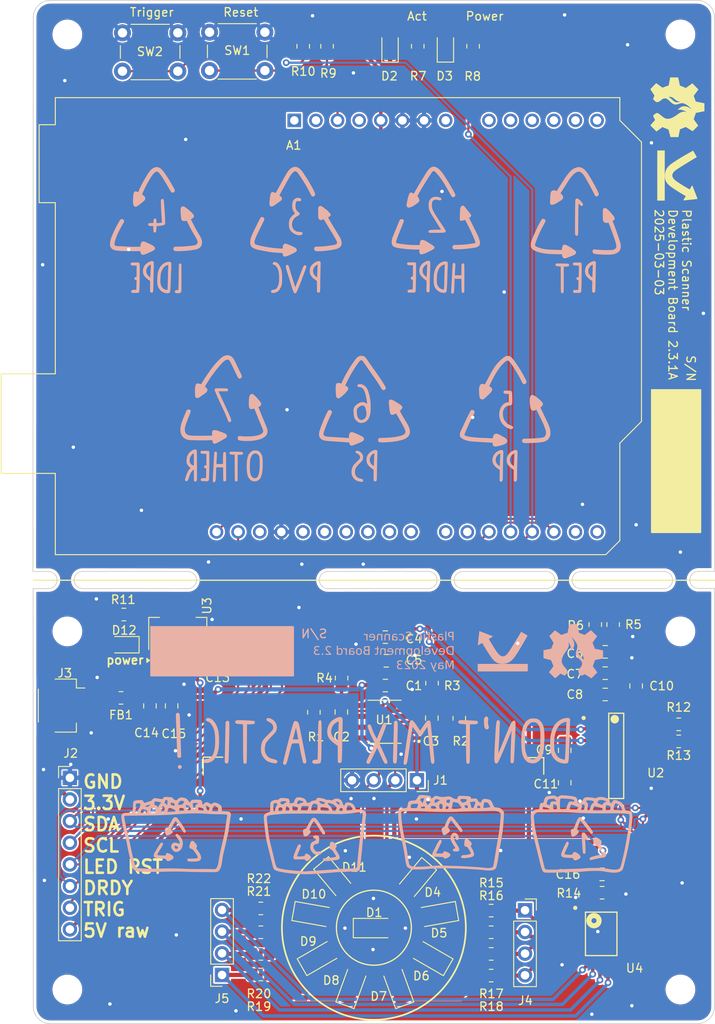
<source format=kicad_pcb>
(kicad_pcb (version 20241229) (generator "pcbnew") (generator_version "9.0")
  (layers (0 "F.Cu" signal) (2 "B.Cu" signal) (13 "F.Paste" user) (15 "B.Paste" user) (5 "F.SilkS" user "F.Silkscreen") (7 "B.SilkS" user "B.Silkscreen") (1 "F.Mask" user) (3 "B.Mask" user) (25 "Edge.Cuts" user))
  (net 0 "")
  (net 3 "MCU_RESET")
  (net 5 "5v_RAW")
  (net 6 "GND")
  (net 16 "LED_RESET")
  (net 17 "TRIGGER")
  (net 20 "/ADC/AIN+")
  (net 21 "/ADC/AIN-")
  (net 22 "3v3unf")
  (net 28 "Net-(U2-VBG)")
  (net 29 "Net-(D2-A)")
  (net 30 "Net-(D3-A)")
  (net 31 "Net-(D4-K)")
  (net 32 "Net-(D5-K)")
  (net 33 "Net-(D6-K)")
  (net 34 "Net-(D7-K)")
  (net 35 "Net-(D8-K)")
  (net 36 "Net-(D9-K)")
  (net 37 "Net-(D10-K)")
  (net 38 "Net-(D11-K)")
  (net 40 "+3.3V")
  (net 41 "LED1")
  (net 42 "LED2")
  (net 43 "LED3")
  (net 44 "LED4")
  (net 45 "LED5")
  (net 46 "LED6")
  (net 47 "LED7")
  (net 48 "Net-(U2-REFN)")
  (net 50 "DRDY_INT")
  (net 51 "LED_BLUE")
  (net 54 "SDA")
  (net 55 "SCL")
  (net 56 "Net-(U1-OUT_B)")
  (net 57 "Net-(U1-OUT_A)")
  (net 58 "LED8")
  (net 59 "Net-(U2-REFP)")
  (net 60 "Net-(U2-VIN2P)")
  (net 61 "Net-(U2-VIN2N)")
  (net 62 "/Sensor/A-")
  (net 63 "/Sensor/A+")
  (net 64 "Net-(D12-A)")
  (footprint "LED_SMD:LED_1206_3216Metric_Pad1.42x1.75mm_HandSolder" (layer "F.Cu") (at 90.342532 135.22099 -170)
    (property "Reference" "D5")
    (property "Value" "1050nm")
  )
  (footprint "LED_SMD:LED_0805_2012Metric_Pad1.15x1.40mm_HandSolder" (layer "F.Cu") (at 53.565 103.565 180)
    (property "Reference" "D12")
    (property "Value" "LED RED")
  )
  (footprint "Resistor_SMD:R_0805_2012Metric_Pad1.20x1.40mm_HandSolder" (layer "F.Cu") (at 96.774 134.747 180)
    (property "Reference" "R15")
    (property "Value" "47")
  )
  (footprint "Diode_SMD:D_1206_3216Metric_Pad1.42x1.75mm_HandSolder" (layer "F.Cu") (at 83.043758 136.795236)
    (property "Reference" "D1")
    (property "Value" "0090-3111-185")
  )
  (footprint "Resistor_SMD:R_0805_2012Metric_Pad1.20x1.40mm_HandSolder" (layer "F.Cu") (at 109 101.2 90)
    (property "Reference" "R6")
    (property "Value" "51")
  )
  (footprint "Resistor_SMD:R_0805_2012Metric_Pad1.20x1.40mm_HandSolder" (layer "F.Cu") (at 96.774 139.827 180)
    (property "Reference" "R17")
    (property "Value" "47")
  )
  (footprint "Resistor_SMD:R_0805_2012Metric_Pad1.20x1.40mm_HandSolder" (layer "F.Cu") (at 77.5 33.375 -90)
    (property "Reference" "R9")
    (property "Value" "10k")
  )
  (footprint "Connector_JST:JST_SH_SM04B-SRSS-TB_1x04-1MP_P1.00mm_Horizontal" (layer "F.Cu") (at 46.275 110.7 -90)
    (property "Reference" "J3")
    (property "Value" "Qwiic")
  )
  (footprint "Capacitor_SMD:C_0805_2012Metric_Pad1.18x1.45mm_HandSolder" (layer "F.Cu") (at 84.455 105.45 180)
    (property "Reference" "C5")
    (property "Value" "100p")
  )
  (footprint "MountingHole:MountingHole_3.2mm_M3" (layer "F.Cu") (at 47 102)
    (property "Reference" "e" (hide yes))
    (property "Value" "MountingHole_3.2mm_M3" (hide yes))
  )
  (footprint "LED_SMD:LED_1206_3216Metric_Pad1.42x1.75mm_HandSolder" (layer "F.Cu") (at 75.986258 135.22099 -10)
    (property "Reference" "D10")
    (property "Value" "1650nm")
  )
  (footprint "MountingHole:MountingHole_3.2mm_M3" (layer "F.Cu") (at 119 144)
    (property "Reference" "e" (hide yes))
    (property "Value" "MountingHole_3.2mm_M3" (hide yes))
  )
  (footprint "Resistor_SMD:R_0805_2012Metric_Pad1.20x1.40mm_HandSolder" (layer "F.Cu") (at 69.723 137.287)
    (property "Reference" "R21")
    (property "Value" "47")
  )
  (footprint "Resistor_SMD:R_0805_2012Metric_Pad1.20x1.40mm_HandSolder" (layer "F.Cu") (at 111.1 101.2 90)
    (property "Reference" "R5")
    (property "Value" "51")
  )
  (footprint "MountingHole:MountingHole_3.2mm_M3" (layer "F.Cu") (at 119 32)
    (property "Reference" "" (hide yes))
    (property "Value" "MountingHole_3.2mm_M3" (hide yes))
  )
  (footprint "Resistor_SMD:R_0805_2012Metric_Pad1.20x1.40mm_HandSolder" (layer "F.Cu") (at 118.8 114.9 180)
    (property "Reference" "R13")
    (property "Value" "4.7k")
  )
  (footprint "OPA2376AID:SOIC127P599X175-8N" (layer "F.Cu") (at 84.25 112.6 180)
    (property "Reference" "U1")
    (property "Value" "OPA2376AID" (hide yes))
  )
  (footprint "Capacitor_SMD:C_0805_2012Metric_Pad1.18x1.45mm_HandSolder" (layer "F.Cu") (at 64.9 104.78 90)
    (property "Reference" "C13")
    (property "Value" "10u")
  )
  (footprint "Capacitor_SMD:C_0805_2012Metric_Pad1.18x1.45mm_HandSolder" (layer "F.Cu") (at 113.8 108.4 90)
    (property "Reference" "C10")
    (property "Value" "0.1u")
  )
  (footprint "LED_SMD:LED_1206_3216Metric_Pad1.42x1.75mm_HandSolder" (layer "F.Cu") (at 76.691838 140.158741 30)
    (property "Reference" "D9")
    (property "Value" "1550nm")
  )
  (footprint "IC_Nuvoton_NAU7802SGI:Nuvoton-NAU7802SGI-0-0-0" (layer "F.Cu") (at 111.4625 116.6)
    (property "Reference" "U2")
    (property "Value" "NAU7802SGI")
  )
  (footprint "Resistor_SMD:R_0805_2012Metric_Pad1.20x1.40mm_HandSolder" (layer "F.Cu") (at 96.774 137.287 180)
    (property "Reference" "R16")
    (property "Value" "47")
  )
  (footprint "Capacitor_SMD:C_0805_2012Metric_Pad1.18x1.45mm_HandSolder" (layer "F.Cu") (at 84.35 102.6725)
    (property "Reference" "C4")
    (property "Value" "47n")
  )
  (footprint "Module:Arduino_UNO_R3" (layer "F.Cu") (at 73.655 42.07)
    (property "Reference" "A1")
    (property "Value" "Arduino_UNO_R3" (hide yes))
  )
  (footprint "Capacitor_SMD:C_0805_2012Metric_Pad1.18x1.45mm_HandSolder" (layer "F.Cu") (at 109.8 130.5 180)
    (property "Reference" "C16")
    (property "Value" "100n")
  )
  (footprint "Capacitor_SMD:C_0805_2012Metric_Pad1.18x1.45mm_HandSolder" (layer "F.Cu") (at 110.17 106.9 180)
    (property "Reference" "C7")
    (property "Value" "0.1u")
  )
  (footprint "Resistor_SMD:R_0805_2012Metric_Pad1.20x1.40mm_HandSolder" (layer "F.Cu") (at 74.7 33.375 -90)
    (property "Reference" "R10")
    (property "Value" "10k")
  )
  (footprint "Capacitor_SMD:C_0805_2012Metric_Pad1.18x1.45mm_HandSolder" (layer "F.Cu") (at 110.17 104.4 180)
    (property "Reference" "C6")
    (property "Value" "22u")
  )
  (footprint "LOGO" (layer "F.Cu") (at 118.87 48.53 -90)
    (property "Reference" "G***" (hide yes))
    (property "Value" "LOGO" (hide yes))
  )
  (footprint "Resistor_SMD:R_0805_2012Metric_Pad1.20x1.40mm_HandSolder" (layer "F.Cu") (at 79.205 107.475 90)
    (property "Reference" "R4")
    (property "Value" "300")
  )
  (footprint "Resistor_SMD:R_0805_2012Metric_Pad1.20x1.40mm_HandSolder" (layer "F.Cu") (at 69.723 142.24)
    (property "Reference" "R19")
    (property "Value" "47")
  )
  (footprint "Resistor_SMD:R_0805_2012Metric_Pad1.20x1.40mm_HandSolder" (layer "F.Cu") (at 93.03125 112.1925 90)
    (property "Reference" "R2")
    (property "Value" "240k")
  )
  (footprint "Resistor_SMD:R_0805_2012Metric_Pad1.20x1.40mm_HandSolder" (layer "F.Cu") (at 53.3 109.8 180)
    (property "Reference" "FB1")
    (property "Value" "FerriteBead")
  )
  (footprint "Capacitor_SMD:C_0805_2012Metric_Pad1.18x1.45mm_HandSolder" (layer "F.Cu") (at 105.4125 115.95 90)
    (property "Reference" "C9")
    (property "Value" "330p")
  )
  (footprint "LED_SMD:LED_1206_3216Metric_Pad1.42x1.75mm_HandSolder" (layer "F.Cu") (at 89.596258 140.165236 150)
    (property "Reference" "D6")
    (property "Value" "1200nm")
  )
  (footprint "Connector_PinSocket_2.54mm:PinSocket_1x04_P2.54mm_Vertical" (layer "F.Cu") (at 65.167758 142.292236 180)
    (property "Reference" "J5")
    (property "Value" "Conn_01x04")
  )
  (footprint "Button_Switch_THT:SW_PUSH_6mm" (layer "F.Cu") (at 53.475 31.8)
    (property "Reference" "SW2")
    (property "Value" "TRIGGER")
  )
  (footprint "LED_SMD:LED_1206_3216Metric_Pad1.42x1.75mm_HandSolder" (layer "F.Cu") (at 85.783742 143.535236 110)
    (property "Reference" "D7")
    (property "Value" "1300nm")
  )
  (footprint "TLC59208:Texas_Instruments-TLC59208FIPWR-Level_A" (layer "F.Cu") (at 109.699999 137.474998)
    (property "Reference" "U4")
    (property "Value" "TLC59208FIPWR")
  )
  (footprint "Connector_PinSocket_2.54mm:PinSocket_1x04_P2.54mm_Vertical" (layer "F.Cu") (at 88.057758 119.462236 -90)
    (property "Reference" "J1")
    (property "Value" "Conn_01x04")
  )
  (footprint "MountingHole:MountingHole_3.2mm_M3" (layer "F.Cu") (at 119 102)
    (property "Reference" "e" (hide yes))
    (property "Value" "MountingHole_3.2mm_M3" (hide yes))
  )
  (footprint "Resistor_SMD:R_0805_2012Metric_Pad1.20x1.40mm_HandSolder" (layer "F.Cu") (at 69.723 139.827)
    (property "Reference" "R20")
    (property "Value" "47")
  )
  (footprint "LED_SMD:LED_1206_3216Metric_Pad1.42x1.75mm_HandSolder" (layer "F.Cu") (at 87.906258 131.135236 -130)
    (property "Reference" "D4")
    (property "Value" "940nm")
  )
  (footprint "Capacitor_SMD:C_0805_2012Metric_Pad1.18x1.45mm_HandSolder" (layer "F.Cu") (at 110.17 109.4 180)
    (property "Reference" "C8")
    (property "Value" "100p")
  )
  (footprint "Resistor_SMD:R_0805_2012Metric_Pad1.20x1.40mm_HandSolder" (layer "F.Cu") (at 88.15 33.375 90)
    (property "Reference" "R7")
    (property "Value" "100")
  )
  (footprint "Connector_PinHeader_2.54mm:PinHeader_1x08_P2.54mm_Vertical" (layer "F.Cu") (at 47.3 119.17)
    (property "Reference" "J2")
    (property "Value" "Conn_01x08")
  )
  (footprint "Capacitor_SMD:C_0805_2012Metric_Pad1.18x1.45mm_HandSolder" (layer "F.Cu") (at 84.355 108.35 180)
    (property "Reference" "C1")
    (property "Value" "0.1u")
  )
  (footprint "LOGO" (layer "F.Cu") (at 118.644499 40.53 -90)
    (property "Reference" "G***" (hide yes))
    (property "Value" "LOGO" (hide yes))
  )
  (footprint "MountingHole:MountingHole_3.2mm_M3" (layer "F.Cu") (at 47 144)
    (property "Reference" "" (hide yes))
    (property "Value" "MountingHole_3.2mm_M3" (hide yes))
  )
  (footprint "Resistor_SMD:R_0805_2012Metric_Pad1.20x1.40mm_HandSolder" (layer "F.Cu") (at 69.723 134.493)
    (property "Reference" "R22")
    (property "Value" "47")
  )
  (footprint "Resistor_SMD:R_0805_2012Metric_Pad1.20x1.40mm_HandSolder" (layer "F.Cu") (at 118.8 112.9 180)
    (property "Reference" "R12")
    (property "Value" "4.7k")
  )
  (footprint "LED_SMD:LED_1206_3216Metric_Pad1.42x1.75mm_HandSolder" (layer "F.Cu") (at 78.382718 131.041387 -50)
    (property "Reference" "D11")
    (property "Value" "1720nm")
  )
  (footprint "Connector_PinSocket_2.54mm:PinSocket_1x04_P2.54mm_Vertical" (layer "F.Cu") (at 100.75 134.71)
    (property "Reference" "J4")
    (property "Value" "Conn_01x04")
  )
  (footprint "Resistor_SMD:R_0805_2012Metric_Pad1.20x1.40mm_HandSolder" (layer "F.Cu") (at 109.8 132.65)
    (property "Reference" "R14")
    (property "Value" "1k")
  )
  (footprint "Package_TO_SOT_SMD:SOT-223-3_TabPin2" (layer "F.Cu") (at 59.97 102.27 90)
    (property "Reference" "U3")
    (property "Value" "AMS1117-3.3")
  )
  (footprint "LED_SMD:LED_1206_3216Metric_Pad1.42x1.75mm_HandSolder" (layer "F.Cu") (at 80.446258 143.535236 70)
    (property "Reference" "D8")
    (property "Value" "1460nm")
  )
  (footprint "Resistor_SMD:R_0805_2012Metric_Pad1.20x1.40mm_HandSolder" (layer "F.Cu") (at 53.63 100.02 180)
    (property "Reference" "R11")
    (property "Value" "100")
  )
  (footprint "Capacitor_SMD:C_0805_2012Metric_Pad1.18x1.45mm_HandSolder" (layer "F.Cu") (at 56.7 110.7375 90)
    (property "Reference" "C14")
    (property "Value" "100n")
  )
  (footprint "Capacitor_SMD:C_0805_2012Metric_Pad1.18x1.45mm_HandSolder" (layer "F.Cu") (at 105.4125 119.75 90)
    (property "Reference" "C11")
    (property "Value" "0.1u")
  )
  (footprint "Resistor_SMD:R_0805_2012Metric_Pad1.20x1.40mm_HandSolder" (layer "F.Cu") (at 96.774 142.367 180)
    (property "Reference" "R18")
    (property "Value" "47")
  )
  (footprint "Capacitor_SMD:C_0805_2012Metric_Pad1.18x1.45mm_HandSolder" (layer "F.Cu") (at 79.18 111.45 90)
    (property "Reference" "C2")
    (property "Value" "51p")
  )
  (footprint "Resistor_SMD:R_0805_2012Metric_Pad1.20x1.40mm_HandSolder" (layer "F.Cu") (at 89.83 108.075 90)
    (property "Reference" "R3")
    (property "Value" "300")
  )
  (footprint "MountingHole:MountingHole_3.2mm_M3" (layer "F.Cu") (at 47 32)
    (property "Reference" "REF**" (hide yes))
    (property "Value" "MountingHole_3.2mm_M3" (hide yes))
  )
  (footprint "LED_SMD:LED_0805_2012Metric_Pad1.15x1.40mm_HandSolder" (layer "F.Cu") (at 91.4 33.375 90)
    (property "Reference" "D3")
    (property "Value" "LED RED")
  )
  (footprint "Resistor_SMD:R_0805_2012Metric_Pad1.20x1.40mm_HandSolder" (layer "F.Cu") (at 75.95375 111.48 -90)
    (property "Reference" "R1")
    (property "Value" "240k")
  )
  (footprint "LED_SMD:LED_0805_2012Metric_Pad1.15x1.40mm_HandSolder" (layer "F.Cu") (at 84.9 33.375 90)
    (property "Reference" "D2")
    (property "Value" "LED BLUE")
  )
  (footprint "Resistor_SMD:R_0805_2012Metric_Pad1.20x1.40mm_HandSolder" (layer "F.Cu") (at 94.65 33.375 90)
    (property "Reference" "R8")
    (property "Value" "100")
  )
  (footprint "Capacitor_SMD:C_0805_2012Metric_Pad1.18x1.45mm_HandSolder" (layer "F.Cu") (at 59.25 110.7375 -90)
    (property "Reference" "C15")
    (property "Value" "22u")
  )
  (footprint "Button_Switch_THT:SW_PUSH_6mm" (layer "F.Cu") (at 63.7 31.725)
    (property "Reference" "SW1")
    (property "Value" "MCU_RESET")
  )
  (footprint "Capacitor_SMD:C_0805_2012Metric_Pad1.18x1.45mm_HandSolder" (layer "F.Cu") (at 89.805 112.1625 90)
    (property "Reference" "C3")
    (property "Value" "51p")
  )
  (footprint "LOGO" (layer "B.Cu") (at 98.139798 104.104494 180)
    (property "Reference" "G***" (hide yes))
    (property "Value" "LOGO" (hide yes))
  )
  (footprint "LOGO" (layer "B.Cu") (at 106.415 104.329994 180)
    (property "Reference" "G***" (hide yes))
    (property "Value" "LOGO" (hide yes))
  )
  (footprint "LOGO" (layer "B.Cu") (at 83.36 121.01 180)
    (property "Reference" "G***" (hide yes))
    (property "Value" "LOGO" (hide yes))
  )
  (footprint "LOGO" (layer "B.Cu") (at 82 66 180)
    (property "Reference" "G1" (hide yes))
    (property "Value" "LOGO" (hide yes))
  )
  (gr_line (start 102.95 116.8) (end 102.95 118.75) (stroke (width 0.15)) (layer "F.SilkS"))
  (gr_line (start 62.95 116.75) (end 62.95 118.85) (stroke (width 0.15)) (layer "F.SilkS"))
  (gr_rect (start 115.62 73.665) (end 121.37 90.395) (stroke (width 0.15)) (fill yes) (layer "F.SilkS"))
  (gr_line (start 43 96) (end 123 96) (stroke (width 0.15)) (layer "F.SilkS"))
  (gr_line (start 102.95 116.8) (end 100.9 116.8) (stroke (width 0.15)) (layer "F.SilkS"))
  (gr_circle (center 83 136.75) (end 87.4 136.75) (stroke (width 0.15)) (fill no) (layer "F.SilkS"))
  (gr_line (start 62.95 116.75) (end 65.25 116.75) (stroke (width 0.15)) (layer "F.SilkS"))
  (gr_circle (center 83 136.75) (end 93.8 136.75) (stroke (width 0.2)) (fill no) (layer "F.SilkS"))
  (gr_rect (start 56.81 101.455) (end 73.54 107.205) (stroke (width 0.15)) (fill yes) (layer "B.SilkS"))
  (gr_arc (start 77.6 96.98) (mid 76.6 95.98) (end 77.6 94.98) (stroke (width 0.1)) (layer "Edge.Cuts"))
  (gr_line (start 48.8 94.97) (end 61.17 94.98) (stroke (width 0.1)) (layer "Edge.Cuts"))
  (gr_line (start 77.6 96.98) (end 89.42 96.97) (stroke (width 0.1)) (layer "Edge.Cuts"))
  (gr_arc (start 123.000001 146.000001) (mid 122.414215 147.414215) (end 121.000001 148.000001) (stroke (width 0.1)) (layer "Edge.Cuts"))
  (gr_arc (start 117.08 94.98) (mid 118.08 95.98) (end 117.08 96.98) (stroke (width 0.1)) (layer "Edge.Cuts"))
  (gr_line (start 121.11 94.96) (end 123.02 94.96) (stroke (width 0.1)) (layer "Edge.Cuts"))
  (gr_arc (start 121.000001 28.000001) (mid 122.414215 28.585787) (end 123.000001 30.000001) (stroke (width 0.1)) (layer "Edge.Cuts"))
  (gr_arc (start 43.000001 30.000001) (mid 43.585787 28.585787) (end 45.000001 28.000001) (stroke (width 0.1)) (layer "Edge.Cuts"))
  (gr_line (start 42.96 94.98) (end 43.000001 30.000001) (stroke (width 0.1)) (layer "Edge.Cuts"))
  (gr_line (start 123.000001 146.000001) (end 123 96.96) (stroke (width 0.1)) (layer "Edge.Cuts"))
  (gr_line (start 121.11 96.96) (end 123 96.96) (stroke (width 0.1)) (layer "Edge.Cuts"))
  (gr_line (start 44.79 94.98) (end 42.96 94.98) (stroke (width 0.1)) (layer "Edge.Cuts"))
  (gr_line (start 48.8 96.97) (end 61.17 96.98) (stroke (width 0.1)) (layer "Edge.Cuts"))
  (gr_arc (start 48.8 96.97) (mid 47.8 95.97) (end 48.8 94.97) (stroke (width 0.1)) (layer "Edge.Cuts"))
  (gr_arc (start 107.28 96.98) (mid 106.28 95.98) (end 107.28 94.98) (stroke (width 0.1)) (layer "Edge.Cuts"))
  (gr_arc (start 44.79 94.98) (mid 45.79 95.98) (end 44.79 96.98) (stroke (width 0.1)) (layer "Edge.Cuts"))
  (gr_line (start 123.02 94.96) (end 123.000001 30.000001) (stroke (width 0.1)) (layer "Edge.Cuts"))
  (gr_arc (start 121.11 96.96) (mid 120.11 95.96) (end 121.11 94.96) (stroke (width 0.1)) (layer "Edge.Cuts"))
  (gr_line (start 93.43 96.98) (end 103.26 96.98) (stroke (width 0.1)) (layer "Edge.Cuts"))
  (gr_line (start 45.000001 148.000001) (end 121.000001 148.000001) (stroke (width 0.1)) (layer "Edge.Cuts"))
  (gr_arc (start 61.17 94.98) (mid 62.17 95.98) (end 61.17 96.98) (stroke (width 0.1)) (layer "Edge.Cuts"))
  (gr_line (start 44.79 96.98) (end 42.98 96.98) (stroke (width 0.1)) (layer "Edge.Cuts"))
  (gr_arc (start 93.43 96.98) (mid 92.43 95.98) (end 93.43 94.98) (stroke (width 0.1)) (layer "Edge.Cuts"))
  (gr_arc (start 45.000001 148.000001) (mid 43.585787 147.414215) (end 43.000001 146.000001) (stroke (width 0.1)) (layer "Edge.Cuts"))
  (gr_line (start 93.43 94.98) (end 103.26 94.98) (stroke (width 0.1)) (layer "Edge.Cuts"))
  (gr_arc (start 103.26 94.98) (mid 104.26 95.98) (end 103.26 96.98) (stroke (width 0.1)) (layer "Edge.Cuts"))
  (gr_line (start 121.000001 28.000001) (end 45.000001 28.000001) (stroke (width 0.1)) (layer "Edge.Cuts"))
  (gr_line (start 107.28 96.98) (end 117.08 96.98) (stroke (width 0.1)) (layer "Edge.Cuts"))
  (gr_line (start 107.28 94.98) (end 117.08 94.98) (stroke (width 0.1)) (layer "Edge.Cuts"))
  (gr_arc (start 89.42 94.97) (mid 90.42 95.97) (end 89.42 96.97) (stroke (width 0.1)) (layer "Edge.Cuts"))
  (gr_line (start 42.98 96.98) (end 43.000001 146.000001) (stroke (width 0.1)) (layer "Edge.Cuts"))
  (gr_line (start 77.6 94.98) (end 89.42 94.97) (stroke (width 0.1)) (layer "Edge.Cuts"))
  (gr_text "power" (at 51.47 105.95 0) (layer "F.SilkS") (effects (font (size 1 1) (thickness 0.2) (bold yes)) (justify left bottom)))
  (gr_text "S/N" (at 120.22 71.155 270) (layer "F.SilkS") (effects (font (size 1 1))))
  (gr_text "GND\n3.3V\nSDA\nSCL\nLED RST\nDRDY\nTRIG\n5V raw" (at 48.7 138 0) (layer "F.SilkS") (effects (font (size 1.55 1.5) (thickness 0.3) (bold yes)) (justify left bottom)))
  (gr_text "Reset" (at 67.37 29.39 0) (layer "F.SilkS") (effects (font (size 1 1))))
  (gr_text "Act" (at 88.06 29.85 0) (layer "F.SilkS") (effects (font (size 1 1))))
  (gr_text "Trigger" (at 56.92 29.39 0) (layer "F.SilkS") (effects (font (size 1 1))))
  (gr_text "Plastic Scanner\nDevelopment Board 2.3.1A\n2025-03-03" (at 118.1 52.4 270) (layer "F.SilkS") (effects (font (size 1 1)) (justify left)))
  (gr_text "Power" (at 96.01 29.85 0) (layer "F.SilkS") (effects (font (size 1 1))))
  (gr_text "Plastic Scanner\nDevelopment Board 2.3\nMay 2023" (at 92.495 104.33 0) (layer "B.SilkS") (effects (font (size 1 1)) (justify left mirror)))
  (gr_text "S/N" (at 75.985 102.279994 0) (layer "B.SilkS") (effects (font (size 1 1)) (justify mirror)))
  (segment (start 70.2 36.225) (end 75.65 36.225) (width 0.254) (layer "F.Cu") (net 3))
  (segment (start 78.735 42.07) (end 78.735 39.31) (width 0.254) (layer "F.Cu") (net 3))
  (segment (start 76.775 36.225) (end 77.5 35.5) (width 0.254) (layer "F.Cu") (net 3))
  (segment (start 63.7 36.225) (end 70.2 36.225) (width 0.254) (layer "F.Cu") (net 3))
  (segment (start 78.735 39.31) (end 75.65 36.225) (width 0.254) (layer "F.Cu") (net 3))
  (segment (start 75.65 36.225) (end 76.775 36.225) (width 0.254) (layer "F.Cu") (net 3))
  (segment (start 77.5 35.5) (end 77.5 34.375) (width 0.254) (layer "F.Cu") (net 3))
  (segment (start 47.3 136.95) (end 62.6 121.65) (width 0.4) (layer "F.Cu") (net 5))
  (segment (start 62.5 67.5) (end 62.5 94.6) (width 0.4) (layer "F.Cu") (net 5))
  (segment (start 74.7 32.375) (end 77.5 32.375) (width 0.4) (layer "F.Cu") (net 5))
  (segment (start 79.975 32.375) (end 83.815 36.215) (width 0.4) (layer "F.Cu") (net 5))
  (segment (start 62.27 105.42) (end 62.27 107.7) (width 0.4) (layer "F.Cu") (net 5))
  (segment (start 62.6 121.65) (end 62.6 120.7) (width 0.4) (layer "F.Cu") (net 5))
  (segment (start 62.27 107.7) (end 62.6 108.03) (width 0.4) (layer "F.Cu") (net 5))
  (segment (start 65.7825 105.8175) (end 64.9 105.8175) (width 0.4) (layer "F.Cu") (net 5))
  (segment (start 64.9 105.8175) (end 64.8825 105.8) (width 0.4) (layer "F.Cu") (net 5))
  (segment (start 77.5 32.375) (end 79.975 32.375) (width 0.4) (layer "F.Cu") (net 5))
  (segment (start 62.65 105.8) (end 62.27 105.42) (width 0.4) (layer "F.Cu") (net 5))
  (segment (start 66.1 98.2) (end 66.1 105.5) (width 0.4) (layer "F.Cu") (net 5))
  (segment (start 64.8825 105.8) (end 62.65 105.8) (width 0.4) (layer "F.Cu") (net 5))
  (segment (start 95.625 34.375) (end 94.65 34.375) (width 0.4) (layer "F.Cu") (net 5))
  (segment (start 62.5 94.6) (end 66.1 98.2) (width 0.4) (layer "F.Cu") (net 5))
  (segment (start 95.8 30.9) (end 95.8 34.2) (width 0.4) (layer "F.Cu") (net 5))
  (segment (start 83.815 36.215) (end 83.815 42.07) (width 0.4) (layer "F.Cu") (net 5))
  (segment (start 83.815 42.07) (end 83.815 46.185) (width 0.4) (layer "F.Cu") (net 5))
  (segment (start 66.1 105.5) (end 65.7825 105.8175) (width 0.4) (layer "F.Cu") (net 5))
  (segment (start 83.815 46.185) (end 62.5 67.5) (width 0.4) (layer "F.Cu") (net 5))
  (segment (start 77.5 32.375) (end 80.325 32.375) (width 0.4) (layer "F.Cu") (net 5))
  (segment (start 81.8 30.9) (end 95.8 30.9) (width 0.4) (layer "F.Cu") (net 5))
  (segment (start 95.8 34.2) (end 95.625 34.375) (width 0.4) (layer "F.Cu") (net 5))
  (segment (start 80.325 32.375) (end 81.8 30.9) (width 0.4) (layer "F.Cu") (net 5))
  (via (at 62.6 108.03) (size 0.8) (drill 0.4) (layers "F.Cu" "B.Cu") (net 5))
  (via (at 62.6 120.7) (size 0.8) (drill 0.4) (layers "F.Cu" "B.Cu") (net 5))
  (segment (start 62.6 120.7) (end 62.6 108.03) (width 0.4) (layer "B.Cu") (net 5))
  (segment (start 107.474698 139.75) (end 107.849999 139.374699) (width 0.4) (layer "F.Cu") (net 6))
  (segment (start 109.146433 121.045) (end 105.67 121.045) (width 0.4) (layer "F.Cu") (net 6))
  (segment (start 105.67 121.045) (end 105.4125 120.7875) (width 0.4) (layer "F.Cu") (net 6))
  (segment (start 107.849999 136.8753) (end 107.474698 136.499999) (width 0.4) (layer "F.Cu") (net 6))
  (segment (start 114.9285 121.045) (end 115.5735 120.4) (width 0.254) (layer "F.Cu") (net 6))
  (segment (start 106.65 139.75) (end 107.474698 139.75) (width 0.4) (layer "F.Cu") (net 6))
  (segment (start 113.778567 121.045) (end 114.9285 121.045) (width 0.254) (layer "F.Cu") (net 6))
  (segment (start 106.65 135.199999) (end 106.65 136.499999) (width 0.4) (layer "F.Cu") (net 6))
  (segment (start 107.474698 136.499999) (end 106.65 136.499999) (width 0.4) (layer "F.Cu") (net 6))
  (segment (start 107.849999 139.374699) (end 107.849999 136.8753) (width 0.4) (layer "F.Cu") (net 6))
  (via (at 86.2 116.4) (size 0.8) (drill 0.4) (layers "F.Cu" "B.Cu") (net 6))
  (via (at 79.65 127.73) (size 0.8) (drill 0.4) (layers "F.Cu" "B.Cu") (net 6))
  (via (at 74.54 94.12) (size 0.8) (drill 0.4) (layers "F.Cu" "B.Cu") (net 6))
  (via (at 86.7 136.8) (size 0.8) (drill 0.4) (layers "F.Cu" "B.Cu") (net 6))
  (via (at 97.9 127.7) (size 0.8) (drill 0.4) (layers "F.Cu" "B.Cu") (net 6))
  (via (at 44.1 59) (size 0.8) (drill 0.4) (layers "F.Cu" "B.Cu") (net 6))
  (via (at 80.6 36.5) (size 0.8) (drill 0.4) (layers "F.Cu" "B.Cu") (net 6))
  (via (at 80.32 121.61) (size 0.8) (drill 0.4) (layers "F.Cu" "B.Cu") (net 6))
  (via (at 89.36 121.69) (size 0.8) (drill 0.4) (layers "F.Cu" "B.Cu") (net 6))
  (via (at 52 145.7) (size 0.8) (drill 0.4) (layers "F.Cu" "B.Cu") (net 6))
  (via (at 75.8 29.8) (size 0.8) (drill 0.4) (layers "F.Cu" "B.Cu") (net 6))
  (via (at 47.4 117.6) (size 0.8) (drill 0.4) (layers "F.Cu" "B.Cu") (net 6))
  (via (at 60.7 108.2) (size 0.8) (drill 0.4) (layers "F.Cu" "B.Cu") (net 6))
  (via (at 79.6 136.8) (size 0.8) (drill 0.4) (layers "F.Cu" "B.Cu") (net 6))
  (via (at 59.7 116) (size 0.8) (drill 0.4) (layers "F.Cu" "B.Cu") (net 6))
  (via (at 49.8 113.9) (size 0.8) (drill 0.4) (layers "F.Cu" "B.Cu") (net 6))
  (via (at 87.5 108.8) (size 0.8) (drill 0.4) (layers "F.Cu" "B.Cu") (net 6))
  (via (at 46.7 37.4) (size 0.8) (drill 0.4) (layers "F.Cu" "B.Cu") (net 6))
  (via (at 59.8 137.6) (size 0.8) (drill 0.4) (layers "F.Cu" "B.Cu") (net 6))
  (via (at 98.3 62.2) (size 0.8) (drill 0.4) (layers "F.Cu" "B.Cu") (net 6))
  (via (at 105.4 29.7) (size 0.8) (drill 0.4) (layers "F.Cu" "B.Cu") (net 6))
  (via (at 54.2 57.2) (size 0.8) (drill 0.4) (layers "F.Cu" "B.Cu") (net 6))
  (via (at 113.8 89.5) (size 0.8) (drill 0.4) (layers "F.Cu" "B.Cu") (net 6))
  (via (at 47.7 80.4) (size 0.8) (drill 0.4) (layers "F.Cu" "B.Cu") (net 6))
  (via (at 105.1 141.1) (size 0.8) (drill 0.4) (layers "F.Cu" "B.Cu") (net 6))
  (via (at 74.2 99.2) (size 0.8) (drill 0.4) (layers "F.Cu" "B.Cu") (net 6))
  (via (at 115.5735 120.4) (size 0.8) (drill 0.4) (layers "F.Cu" "B.Cu") (net 6))
  (via (at 83.01 121.6) (size 0.8) (drill 0.4) (layers "F.Cu" "B.Cu") (net 6))
  (via (at 82.9 139.31) (size 0.8) (drill 0.4) (layers "F.Cu" "B.Cu") (net 6))
  (via (at 115.6 44.7) (size 0.8) (drill 0.4) (layers "F.Cu" "B.Cu") (net 6))
  (via (at 94.6 76.9) (size 0.8) (drill 0.4) (layers "F.Cu" "B.Cu") (net 6))
  (via (at 121.7 64.7) (size 0.8) (drill 0.4) (layers "F.Cu" "B.Cu") (net 6))
  (via (at 63.58 93.86) (size 0.8) (drill 0.4) (layers "F.Cu" "B.Cu") (net 6))
  (via (at 119 92.7) (size 0.8) (drill 0.4) (layers "F.Cu" "B.Cu") (net 6))
  (via (at 107.6 123.9) (size 0.8) (drill 0.4) (layers "F.Cu" "B.Cu") (net 6))
  (via (at 72.8 76) (size 0.8) (drill 0.4) (layers "F.Cu" "B.Cu") (net 6))
  (via (at 55.7 87.8) (size 0.8) (drill 0.4) (layers "F.Cu" "B.Cu") (net 6))
  (via (at 44.3 131.2) (size 0.8) (drill 0.4) (layers "F.Cu" "B.Cu") (net 6))
  (via (at 109.3 137.2) (size 0.8) (drill 0.4) (layers "F.Cu" "B.Cu") (net 6))
  (via (at 66.8 146.5) (size 0.8) (drill 0.4) (layers "F.Cu" "B.Cu") (net 6))
  (via (at 88 124) (size 0.8) (drill 0.4) (layers "F.Cu" "B.Cu") (net 6))
  (via (at 51.8 124) (size 0.8) (drill 0.4) (layers "F.Cu" "B.Cu") (net 6))
  (via (at 61.3 111.8) (size 0.8) (drill 0.4) (layers "F.Cu" "B.Cu") (net 6))
  (via (at 67.4 124) (size 0.8) (drill 0.4) (layers "F.Cu" "B.Cu") (net 6))
  (via (at 60.9 44.3) (size 0.8) (drill 0.4) (layers "F.Cu" "B.Cu") (net 6))
  (via (at 106.7 133.2) (size 0.8) (drill 0.4) (layers "F.Cu" "B.Cu") (net 6))
  (via (at 87.8 104.8) (size 0.8) (drill 0.4) (layers "F.Cu" "B.Cu") (net 6))
  (via (at 113.3 145.9) (size 0.8) (drill 0.4) (layers "F.Cu" "B.Cu") (net 6))
  (via (at 107.5 87.1) (size 0.8) (drill 0.4) (layers "F.Cu" "B.Cu") (net 6))
  (via (at 50.5 107.4) (size 0.8) (drill 0.4) (layers "F.Cu" "B.Cu") (net 6))
  (via (at 50.41 98.19) (size 0.8) (drill 0.4) (layers "F.Cu" "B.Cu") (net 6))
  (via (at 112.6 132.8) (size 0.8) (drill 0.4) (layers "F.Cu" "B.Cu") (net 6))
  (via (at 107.2 121.9) (size 0.8) (drill 0.4) (layers "F.Cu" "B.Cu") (net 6))
  (via (at 112.8 33.2) (size 0.8) (drill 0.4) (layers "F.Cu" "B.Cu") (net 6))
  (via (at 113.4 102.6) (size 0.8) (drill 0.4) (layers "F.Cu" "B.Cu") (net 6))
  (via (at 108.6 146.9) (size 0.8) (drill 0.4) (layers "F.Cu" "B.Cu") (net 6))
  (via (at 103.6 120.9) (size 0.8) (drill 0.4) (layers "F.Cu" "B.Cu") (net 6))
  (via (at 113.3 105.1) (size 0.8) (drill 0.4) (layers "F.Cu" "B.Cu") (net 6))
  (via (at 82.95 133.32) (size 0.8) (drill 0.4) (layers "F.Cu" "B.Cu") (net 6))
  (via (at 81.75 94.12) (size 0.8) (drill 0.4) (layers "F.Cu" "B.Cu") (net 6))
  (via (at 91 50.4) (size 0.8) (drill 0.4) (layers "F.Cu" "B.Cu") (net 6))
  (via (at 99.9 103.4) (size 0.8) (drill 0.4) (layers "F.Cu" "B.Cu") (net 6))
  (via (at 64 100.6) (size 0.8) (drill 0.4) (layers "F.Cu" "B.Cu") (net 6))
  (via (at 119.2 131.5) (size 0.8) (drill 0.4) (layers "F.Cu" "B.Cu") (net 6))
  (via (at 87.17 128.49) (size 0.8) (drill 0.4) (layers "F.Cu" "B.Cu") (net 6))
  (via (at 44.2 118.2) (size 0.8) (drill 0.4) (layers "F.Cu" "B.Cu") (net 6))
  (via (at 80.9 103.5) (size 0.8) (drill 0.4) (layers "F.Cu" "B.Cu") (net 6))
  (segment (start 74.1 88.8) (end 73.4 89.5) (width 0.254) (layer "F.Cu") (net 16))
  (segment (start 102.6 88.8) (end 74.1 88.8) (width 0.254) (layer "F.Cu") (net 16))
  (segment (start 109.9 131.55) (end 108.8 132.65) (width 0.254) (layer "F.Cu") (net 16))
  (segment (start 111.925303 137.15) (end 108.8 134.024697) (width 0.254) (layer "F.Cu") (net 16))
  (segment (start 109.9 127.7) (end 109.9 131.55) (width 0.254) (layer "F.Cu") (net 16))
  (segment (start 73.4 89.5) (end 73.4 91.3) (width 0.254) (layer "F.Cu") (net 16))
  (segment (start 103.003 89.203) (end 102.6 88.8) (width 0.254) (layer "F.Cu") (net 16))
  (segment (start 104.135 90.33) (end 103.008 89.203) (width 0.254) (layer "F.Cu") (net 16))
  (segment (start 69.6 108.4) (end 48.67 129.33) (width 0.254) (layer "F.Cu") (net 16))
  (segment (start 48.67 129.33) (end 47.3 129.33) (width 0.254) (layer "F.Cu") (net 16))
  (segment (start 69.6 95.1) (end 69.6 108.4) (width 0.254) (layer "F.Cu") (net 16))
  (segment (start 103.008 89.203) (end 103.003 89.203) (width 0.254) (layer "F.Cu") (net 16))
  (segment (start 73.4 91.3) (end 69.6 95.1) (width 0.254) (layer "F.Cu") (net 16))
  (segment (start 112.750001 137.15) (end 111.925303 137.15) (width 0.254) (layer "F.Cu") (net 16))
  (segment (start 108.8 134.024697) (end 108.8 132.65) (width 0.254) (layer "F.Cu") (net 16))
  (via (at 109.9 127.7) (size 0.8) (drill 0.4) (layers "F.Cu" "B.Cu") (net 16))
  (segment (start 108.2 126) (end 50.63 126) (width 0.254) (layer "B.Cu") (net 16))
  (segment (start 109.9 127.7) (end 108.2 126) (width 0.254) (layer "B.Cu") (net 16))
  (segment (start 50.63 126) (end 47.3 129.33) (width 0.254) (layer "B.Cu") (net 16))
  (segment (start 74.7 35) (end 74.7 34.375) (width 0.254) (layer "F.Cu") (net 17))
  (segment (start 101.595 90.33) (end 99.517 92.408) (width 0.254) (layer "F.Cu") (net 17))
  (segment (start 47.3 133.8) (end 47.3 134.41) (width 0.254) (layer "F.Cu") (net 17))
  (segment (start 61.9 34.375) (end 59.975 36.3) (width 0.254) (layer "F.Cu") (net 17))
  (segment (start 72.2 108.9) (end 47.3 133.8) (width 0.254) (layer "F.Cu") (net 17))
  (segment (start 74.4 35.3) (end 74.7 35) (width 0.254) (layer "F.Cu") (net 17))
  (segment (start 74.7 34.375) (end 61.9 34.375) (width 0.254) (layer "F.Cu") (net 17))
  (segment (start 99.517 92.408) (end 74.892 92.408) (width 0.254) (layer "F.Cu") (net 17))
  (segment (start 72.7 35.3) (end 74.4 35.3) (width 0.254) (layer "F.Cu") (net 17))
  (segment (start 74.892 92.408) (end 72.2 95.1) (width 0.254) (layer "F.Cu") (net 17))
  (segment (start 72.2 95.1) (end 72.2 108.9) (width 0.254) (layer "F.Cu") (net 17))
  (segment (start 53.475 36.3) (end 59.975 36.3) (width 0.254) (layer "F.Cu") (net 17))
  (via (at 72.7 35.3) (size 0.8) (drill 0.4) (layers "F.Cu" "B.Cu") (net 17))
  (segment (start 101.595 50.166866) (end 86.728134 35.3) (width 0.254) (layer "B.Cu") (net 17))
  (segment (start 86.728134 35.3) (end 72.7 35.3) (width 0.254) (layer "B.Cu") (net 17))
  (segment (start 101.595 90.33) (end 101.595 50.166866) (width 0.254) (layer "B.Cu") (net 17))
  (segment (start 83.3125 102.6725) (end 85.085 100.9) (width 0.4) (layer "F.Cu") (net 20))
  (segment (start 109.041433 114.8) (end 109.146433 114.695) (width 0.4) (layer "F.Cu") (net 20))
  (segment (start 85.085 100.9) (end 88.8 100.9) (width 0.4) (layer "F.Cu") (net 20))
  (segment (start 89.5 101.6) (end 89.5 103.2) (width 0.4) (layer "F.Cu") (net 20))
  (segment (start 107.3 114.8) (end 109.041433 114.8) (width 0.4) (layer "F.Cu") (net 20))
  (segment (start 82.3925 106.475) (end 83.4175 105.45) (width 0.4) (layer "F.Cu") (net 20))
  (segment (start 83.3125 102.6725) (end 83.3125 105.345) (width 0.4) (layer "F.Cu") (net 20))
  (segment (start 83.3125 105.345) (end 83.4175 105.45) (width 0.4) (layer "F.Cu") (net 20))
  (segment (start 79.205 106.475) (end 82.3925 106.475) (width 0.4) (layer "F.Cu") (net 20))
  (segment (start 88.8 100.9) (end 89.5 101.6) (width 0.4) (layer "F.Cu") (net 20))
  (via (at 89.5 103.2) (size 0.8) (drill 0.4) (layers "F.Cu" "B.Cu") (net 20))
  (via (at 107.3 114.8) (size 0.8) (drill 0.4) (layers "F.Cu" "B.Cu") (net 20))
  (segment (start 89.5 103.2) (end 101.1 114.8) (width 0.4) (layer "B.Cu") (net 20))
  (segment (start 101.1 114.8) (end 107.3 114.8) (width 0.4) (layer "B.Cu") (net 20))
  (segment (start 107.375 113.425) (end 107.3 113.5) (width 0.4) (layer "F.Cu") (net 21))
  (segment (start 109.146433 113.425) (end 107.375 113.425) (width 0.4) (layer "F.Cu") (net 21))
  (segment (start 89.83 107.075) (end 87.1175 107.075) (width 0.4) (layer "F.Cu") (net 21))
  (segment (start 87.1175 107.075) (end 85.4925 105.45) (width 0.4) (layer "F.Cu") (net 21))
  (segment (start 86.36 101.7) (end 88.4 101.7) (width 0.4) (layer "F.Cu") (net 21))
  (segment (start 85.3875 102.6725) (end 85.3875 105.345) (width 0.4) (layer "F.Cu") (net 21))
  (segment (start 85.3875 102.6725) (end 86.36 101.7) (width 0.4) (layer "F.Cu") (net 21))
  (segment (start 85.3875 105.345) (end 85.4925 105.45) (width 0.4) (layer "F.Cu") (net 21))
  (via (at 88.4 101.7) (size 0.8) (drill 0.4) (layers "F.Cu" "B.Cu") (net 21))
  (via (at 107.3 113.5) (size 0.8) (drill 0.4) (layers "F.Cu" "B.Cu") (net 21))
  (segment (start 89.2 101.7) (end 88.4 101.7) (width 0.4) (layer "B.Cu") (net 21))
  (segment (start 101 113.5) (end 89.2 101.7) (width 0.4) (layer "B.Cu") (net 21))
  (segment (start 107.3 113.5) (end 101 113.5) (width 0.4) (layer "B.Cu") (net 21))
  (segment (start 55.78 100.02) (end 56.68 99.12) (width 0.25) (layer "F.Cu") (net 22))
  (segment (start 47.1 110.2) (end 50.3 110.2) (width 0.5) (layer "F.Cu") (net 22))
  (segment (start 52.3 108.8) (end 53.29 107.81) (width 0.5) (layer "F.Cu") (net 22))
  (segment (start 52.3 109.8) (end 52.3 108.8) (width 0.5) (layer "F.Cu") (net 22))
  (segment (start 54.63 100.02) (end 55.78 100.02) (width 0.25) (layer "F.Cu") (net 22))
  (segment (start 46 111.3) (end 47.1 110.2) (width 0.5) (layer "F.Cu") (net 22))
  (segment (start 46 120.41) (end 46 111.3) (width 0.5) (layer "F.Cu") (net 22))
  (segment (start 47.3 121.71) (end 46 120.41) (width 0.5) (layer "F.Cu") (net 22))
  (segment (start 53.29 107.81) (end 59.2 107.81) (width 0.5) (layer "F.Cu") (net 22))
  (segment (start 59.97 107.04) (end 59.97 105.42) (width 0.5) (layer "F.Cu") (net 22))
  (segment (start 59.97 99.12) (end 59.97 105.42) (width 0.5) (layer "F.Cu") (net 22))
  (segment (start 50.3 110.2) (end 50.7 109.8) (width 0.5) (layer "F.Cu") (net 22))
  (segment (start 59.2 107.81) (end 59.97 107.04) (width 0.5) (layer "F.Cu") (net 22))
  (segment (start 50.7 109.8) (end 52.3 109.8) (width 0.5) (layer "F.Cu") (net 22))
  (segment (start 56.68 99.12) (end 59.97 99.12) (width 0.25) (layer "F.Cu") (net 22))
  (segment (start 105.62 118.505) (end 105.4125 118.7125) (width 0.4) (layer "F.Cu") (net 28))
  (segment (start 109.146433 118.505) (end 105.62 118.505) (width 0.4) (layer "F.Cu") (net 28))
  (segment (start 88.125 32.35) (end 88.15 32.375) (width 0.254) (layer "F.Cu") (net 29))
  (segment (start 84.9 32.35) (end 88.125 32.35) (width 0.254) (layer "F.Cu") (net 29))
  (segment (start 91.4 32.35) (end 94.625 32.35) (width 0.254) (layer "F.Cu") (net 30))
  (segment (start 94.625 32.35) (end 94.65 32.375) (width 0.254) (layer "F.Cu") (net 30))
  (segment (start 91.022745 129.995745) (end 88.862405 129.995745) (width 0.5) (layer "F.Cu") (net 31))
  (segment (start 95.774 134.747) (end 91.022745 129.995745) (width 0.5) (layer "F.Cu") (net 31))
  (segment (start 95.774 137.287) (end 94.131746 137.287) (width 0.5) (layer "F.Cu") (net 32))
  (segment (start 94.131746 137.287) (end 91.807434 134.962688) (width 0.5) (layer "F.Cu") (net 32))
  (segment (start 91.966457 139.827) (end 90.884471 140.908986) (width 0.5) (layer "F.Cu") (net 33))
  (segment (start 95.774 139.827) (end 91.966457 139.827) (width 0.5) (layer "F.Cu") (net 33))
  (segment (start 93.207971 144.933029) (end 95.774 142.367) (width 0.5) (layer "F.Cu") (net 34))
  (segment (start 86.292497 144.933029) (end 93.207971 144.933029) (width 0.5) (layer "F.Cu") (net 34))
  (segment (start 73.416029 144.933029) (end 79.937503 144.933029) (width 0.5) (layer "F.Cu") (net 35))
  (segment (start 70.723 142.24) (end 73.416029 144.933029) (width 0.5) (layer "F.Cu") (net 35))
  (segment (start 70.723 139.827) (end 74.328134 139.827) (width 0.5) (layer "F.Cu") (net 36))
  (segment (start 74.328134 139.827) (end 75.403625 140.902491) (width 0.5) (layer "F.Cu") (net 36))
  (segment (start 70.723 137.287) (end 72.197044 137.287) (width 0.5) (layer "F.Cu") (net 37))
  (segment (start 72.197044 137.287) (end 74.521356 134.962688) (width 0.5) (layer "F.Cu") (net 37))
  (segment (start 75.314104 129.901896) (end 77.426571 129.901896) (width 0.5) (layer "F.Cu") (net 38))
  (segment (start 70.723 134.493) (end 75.314104 129.901896) (width 0.5) (layer "F.Cu") (net 38))
  (segment (start 109 100.2) (end 107.5 100.2) (width 0.5) (layer "F.Cu") (net 40))
  (segment (start 88.87763 135.479292) (end 88.87763 138.851901) (width 0.5) (layer "F.Cu") (net 40))
  (segment (start 101.2 126.7) (end 110.802082 126.7) (width 0.5) (layer "F.Cu") (net 40))
  (segment (start 119.8 110.2) (end 119.8 112.9) (width 0.4) (layer "F.Cu") (net 40))
  (segment (start 85.9 126.7) (end 101.2 126.7) (width 0.5) (layer "F.Cu") (net 40))
  (segment (start 113.778567 113.425) (end 113.778567 111.6) (width 0.4) (layer "F.Cu") (net 40))
  (segment (start 85.274987 142.137443) (end 85.592088 142.137443) (width 0.5) (layer "F.Cu") (net 40))
  (segment (start 77.45116 138.8861) (end 77.980051 139.414991) (width 0.5) (layer "F.Cu") (net 40))
  (segment (start 113.778567 111.6) (end 113.778567 109.458933) (width 0.4) (layer "F.Cu") (net 40))
  (segment (start 81.78 110.695) (end 83.18 110.695) (width 0.4) (layer "F.Cu") (net 40))
  (segment (start 81.78 114.505) (end 81.78 114.78) (width 0.4) (layer "F.Cu") (net 40))
  (segment (start 109.4 99.2) (end 109 99.6) (width 0.4) (layer "F.Cu") (net 40))
  (segment (start 110.8375 130.5) (end 110.8375 132.6125) (width 0.4) (layer "F.Cu") (net 40))
  (segment (start 113.2 99.2) (end 109.4 99.2) (width 0.4) (layer "F.Cu") (net 40))
  (segment (start 80.955013 142.137443) (end 85.274987 142.137443) (width 0.5) (layer "F.Cu") (net 40))
  (segment (start 77.45116 135.479292) (end 77.45116 134.068583) (width 0.5) (layer "F.Cu") (net 40))
  (segment (start 77.45116 135.479292) (end 77.45116 138.8861) (width 0.5) (layer "F.Cu") (net 40))
  (segment (start 80.955013 142.137443) (end 80.702503 142.137443) (width 0.5) (layer "F.Cu") (net 40))
  (segment (start 54.3 109.8) (end 56.6 109.8) (width 0.5) (layer "F.Cu") (net 40))
  (segment (start 119.8 114.9) (end 119.8 112.9) (width 0.4) (layer "F.Cu") (net 40))
  (segment (start 88.87763 138.851901) (end 88.308045 139.421486) (width 0.5) (layer "F.Cu") (net 40))
  (segment (start 114.7625 109.4375) (end 115.2 109) (width 0.4) (layer "F.Cu") (net 40))
  (segment (start 83.18 110.695) (end 83.5925 111.1075) (width 0.4) (layer "F.Cu") (net 40))
  (segment (start 83.5925 111.1075) (end 84.45 111.965) (width 0.4) (layer "F.Cu") (net 40))
  (segment (start 88.057758 121.352242) (end 88.057758 119.462236) (width 0.5) (layer "F.Cu") (net 40))
  (segment (start 86.950111 132.274727) (end 85.4 130.724616) (width 0.5) (layer "F.Cu") (net 40))
  (segment (start 113.778567 109.458933) (end 113.8 109.4375) (width 0.4) (layer "F.Cu") (net 40))
  (segment (start 85.4 127.2) (end 85.9 126.7) (width 0.5) (layer "F.Cu") (net 40))
  (segment (start 80.702503 142.137443) (end 77.980051 139.414991) (width 0.5) (layer "F.Cu") (net 40))
  (segment (start 107.5 100.2) (end 101.2 106.5) (width 0.5) (layer "F.Cu") (net 40))
  (segment (start 83.2675 108.3) (end 83.3175 108.35) (width 0.5) (layer "F.Cu") (net 40))
  (segment (start 85.4 124.01) (end 88.057758 121.352242) (width 0.5) (layer "F.Cu") (net 40))
  (segment (start 85.592088 142.137443) (end 88.308045 139.421486) (width 0.5) (layer "F.Cu") (net 40))
  (segment (start 112.325001 135.225001) (end 112.7 135.225001) (width 0.4) (layer "F.Cu") (net 40))
  (segment (start 110.8 132.65) (end 110.8 133.7) (width 0.4) (layer "F.Cu") (net 40))
  (segment (start 115.2 101.2) (end 113.2 99.2) (width 0.4) (layer "F.Cu") (net 40))
  (segment (start 110.8375 126.735418) (end 110.8375 130.5) (width 0.5) (layer "F.Cu") (net 40))
  (segment (start 109 99.6) (end 109 100.2) (width 0.4) (layer "F.Cu") (net 40))
  (segment (start 59.25 109.7) (end 56.7 109.7) (width 0.5) (layer "F.Cu") (net 40))
  (segment (start 84.3 110.2) (end 84.3 110.4) (width 0.4) (layer "F.Cu") (net 40))
  (segment (start 63.8 109.7) (end 64.7 108.8) (width 0.5) (layer "F.Cu") (net 40))
  (segment (start 56.6 109.8) (end 56.7 109.7) (width 0.5) (layer "F.Cu") (net 40))
  (segment (start 81.6 108.3) (end 83.2675 108.3) (width 0.5) (layer "F.Cu") (net 40))
  (segment (start 83.3175 109.1575) (end 81.78 110.695) (width 0.4) (layer "F.Cu") (net 40))
  (segment (start 113.778567 112.155) (end 113.778567 111.6) (width 0.4) (layer "F.Cu") (net 40))
  (segment (start 84.45 111.965) (end 86.72 111.965) (width 0.4) (layer "F.Cu") (net 40))
  (segment (start 113.8 109.4375) (end 114.7625 109.4375) (width 0.4) (layer "F.Cu") (net 40))
  (segment (start 59.25 109.7) (end 63.8 109.7) (width 0.5) (layer "F.Cu") (net 40))
  (segment (start 83.3175 108.35) (end 83.3175 109.1575) (width 0.4) (layer "F.Cu") (net 40))
  (segment (start 110.8375 132.6125) (end 110.8 132.65) (width 0.4) (layer "F.Cu") (net 40))
  (segment (start 85.4 130.724616) (end 85.4 127.2) (width 0.5) (layer "F.Cu") (net 40))
  (segment (start 101.2 106.5) (end 101.2 126.7) (width 0.5) (layer "F.Cu") (net 40))
  (segment (start 110.802082 126.7) (end 110.8375 126.735418) (width 0.5) (layer "F.Cu") (net 40))
  (segment (start 84.3 110.4) (end 83.5925 111.1075) (width 0.4) (layer "F.Cu") (net 40))
  (segment (start 88.87763 135.479292) (end 88.87763 134.202246) (width 0.5) (layer "F.Cu") (net 40))
  (segment (start 88.87763 134.202246) (end 86.950111 132.274727) (width 0.5) (layer "F.Cu") (net 40))
  (segment (start 85.4 127.2) (end 85.4 124.01) (width 0.5) (layer "F.Cu") (net 40))
  (segment (start 81.78 114.78) (end 82.7 115.7) (width 0.4) (layer "F.Cu") (net 40))
  (segment (start 115.2 109) (end 115.2 101.2) (width 0.4) (layer "F.Cu") (net 40))
  (segment (start 115.2 109) (end 118.6 109) (width 0.4) (layer "F.Cu") (net 40))
  (segment (start 77.45116 134.068583) (end 79.338865 132.180878) (width 0.5) (layer "F.Cu") (net 40))
  (segment (start 118.6 109) (end 119.8 110.2) (width 0.4) (layer "F.Cu") (net 40))
  (segment (start 110.8 133.7) (end 112.325001 135.225001) (width 0.4) (layer "F.Cu") (net 40))
  (via (at 81.6 108.3) (size 0.8) (drill 0.4) (layers "F.Cu" "B.Cu") (net 40))
  (via (at 64.7 108.8) (size 0.8) (drill 0.4) (layers "F.Cu" "B.Cu") (net 40))
  (via (at 84.3 110.2) (size 0.8) (drill 0.4) (layers "F.Cu" "B.Cu") (net 40))
  (via (at 82.7 115.7) (size 0.8) (drill 0.4) (layers "F.Cu" "B.Cu") (net 40))
  (segment (start 88.057758 119.462236) (end 88.057758 113.957758) (width 0.4) (layer "B.Cu") (net 40))
  (segment (start 88.057758 113.957758) (end 84.3 110.2) (width 0.4) (layer "B.Cu") (net 40))
  (segment (start 82.7 115.7) (end 81.6 114.6) (width 0.4) (layer "B.Cu") (net 40))
  (segment (start 81.6 114.6) (end 81.6 108.3) (width 0.4) (layer "B.Cu") (net 40))
  (segment (start 64.7 108.8) (end 81.1 108.8) (width 0.5) (layer "B.Cu") (net 40))
  (segment (start 81.1 108.8) (end 81.6 108.3) (width 0.5) (layer "B.Cu") (net 40))
  (segment (start 97.774 134.747) (end 100.713 134.747) (width 0.5) (layer "F.Cu") (net 41))
  (segment (start 106.65 137.15) (end 103.19 137.15) (width 0.4) (layer "F.Cu") (net 41))
  (segment (start 100.713 134.747) (end 100.75 134.71) (width 0.5) (layer "F.Cu") (net 41))
  (segment (start 103.19 137.15) (end 100.75 134.71) (width 0.4) (layer "F.Cu") (net 41))
  (segment (start 97.774 137.287) (end 100.713 137.287) (width 0.5) (layer "F.Cu") (net 42))
  (segment (start 106.65 137.799999) (end 101.299999 137.799999) (width 0.4) (layer "F.Cu") (net 42))
  (segment (start 100.713 137.287) (end 100.75 137.25) (width 0.5) (layer "F.Cu") (net 42))
  (segment (start 101.299999 137.799999) (end 100.75 137.25) (width 0.4) (layer "F.Cu") (net 42))
  (segment (start 106.65 138.45) (end 102.09 138.45) (width 0.4) (layer "F.Cu") (net 43))
  (segment (start 102.09 138.45) (end 100.75 139.79) (width 0.4) (layer "F.Cu") (net 43))
  (segment (start 100.713 139.827) (end 100.75 139.79) (width 0.5) (layer "F.Cu") (net 43))
  (segment (start 97.774 139.827) (end 100.713 139.827) (width 0.5) (layer "F.Cu") (net 43))
  (segment (start 103.980001 139.099999) (end 100.75 142.33) (width 0.4) (layer "F.Cu") (net 44))
  (segment (start 106.65 139.099999) (end 103.980001 139.099999) (width 0.4) (layer "F.Cu") (net 44))
  (segment (start 100.713 142.367) (end 100.75 142.33) (width 0.5) (layer "F.Cu") (net 44))
  (segment (start 97.774 142.367) (end 100.713 142.367) (width 0.5) (layer "F.Cu") (net 44))
  (segment (start 112.725003 139.774998) (end 112.750001 139.774998) (width 0.4) (layer "F.Cu") (net 45))
  (segment (start 65.167758 142.292236) (end 68.670764 142.292236) (width 0.5) (layer "F.Cu") (net 45))
  (segment (start 110.5 143.2) (end 110.5 142.000001) (width 0.4) (layer "F.Cu") (net 45))
  (segment (start 68.670764 142.292236) (end 68.723 142.24) (width 0.5) (layer "F.Cu") (net 45))
  (segment (start 110.5 142.000001) (end 112.725003 139.774998) (width 0.4) (layer "F.Cu") (net 45))
  (via (at 110.5 143.2) (size 0.8) (drill 0.4) (layers "F.Cu" "B.Cu") (net 45))
  (segment (start 70 147.1) (end 106.7 147.1) (width 0.4) (layer "B.Cu") (net 45))
  (segment (start 65.167758 142.292236) (end 65.192236 142.292236) (width 0.4) (layer "B.Cu") (net 45))
  (segment (start 65.192236 142.292236) (end 70 147.1) (width 0.4) (layer "B.Cu") (net 45))
  (segment (start 110.5 143.3) (end 110.5 143.2) (width 0.4) (layer "B.Cu") (net 45))
  (segment (start 106.7 147.1) (end 110.5 143.3) (width 0.4) (layer "B.Cu") (net 45))
  (segment (start 109.551789 141.473513) (end 109.551789 142.88393) (width 0.4) (layer "F.Cu") (net 46))
  (segment (start 111.925303 139.099999) (end 109.551789 141.473513) (width 0.4) (layer "F.Cu") (net 46))
  (segment (start 65.242522 139.827) (end 65.167758 139.752236) (width 0.5) (layer "F.Cu") (net 46))
  (segment (start 68.723 139.827) (end 65.242522 139.827) (width 0.5) (layer "F.Cu") (net 46))
  (segment (start 112.750001 139.099999) (end 111.925303 139.099999) (width 0.4) (layer "F.Cu") (net 46))
  (via (at 109.551789 142.88393) (size 0.8) (drill 0.4) (layers "F.Cu" "B.Cu") (net 46))
  (segment (start 71.9 146.4) (end 106.097918 146.4) (width 0.4) (layer "B.Cu") (net 46))
  (segment (start 109.551789 142.946129) (end 109.551789 142.88393) (width 0.4) (layer "B.Cu") (net 46))
  (segment (start 65.252236 139.752236) (end 71.9 146.4) (width 0.4) (layer "B.Cu") (net 46))
  (segment (start 65.167758 139.752236) (end 65.252236 139.752236) (width 0.4) (layer "B.Cu") (net 46))
  (segment (start 106.097918 146.4) (end 109.551789 142.946129) (width 0.4) (layer "B.Cu") (net 46))
  (segment (start 111.726774 138.45) (end 108.7 141.476774) (width 0.4) (layer "F.Cu") (net 47))
  (segment (start 65.167758 137.212236) (end 68.648236 137.212236) (width 0.5) (layer "F.Cu") (net 47))
  (segment (start 112.750001 138.45) (end 111.726774 138.45) (width 0.4) (layer "F.Cu") (net 47))
  (segment (start 108.7 141.476774) (end 108.7 142.2) (width 0.4) (layer "F.Cu") (net 47))
  (segment (start 68.648236 137.212236) (end 68.723 137.287) (width 0.5) (layer "F.Cu") (net 47))
  (via (at 108.7 142.2) (size 0.8) (drill 0.4) (layers "F.Cu" "B.Cu") (net 47))
  (segment (start 105.15 145.75) (end 73.65 145.75) (width 0.4) (layer "B.Cu") (net 47))
  (segment (start 73.65 145.75) (end 65.167758 137.267758) (width 0.4) (layer "B.Cu") (net 47))
  (segment (start 108.7 142.2) (end 105.15 145.75) (width 0.4) (layer "B.Cu") (net 47))
  (segment (start 65.167758 137.267758) (end 65.167758 137.212236) (width 0.4) (layer "B.Cu") (net 47))
  (segment (start 109.146433 119.775) (end 110.225 119.775) (width 0.4) (layer "F.Cu") (net 48))
  (segment (start 110.225 119.775) (end 111.2075 118.7925) (width 0.4) (layer "F.Cu") (net 48))
  (segment (start 111.1 102.2) (end 111.1 104.2925) (width 0.4) (layer "F.Cu") (net 48))
  (segment (start 111.2075 106.9) (end 111.2075 104.4) (width 0.4) (layer "F.Cu") (net 48))
  (segment (start 111.2075 118.7925) (end 111.2075 109.4) (width 0.4) (layer "F.Cu") (net 48))
  (segment (start 111.1 104.2925) (end 111.2075 104.4) (width 0.4) (layer "F.Cu") (net 48))
  (segment (start 111.2075 109.4) (end 111.2075 106.9) (width 0.4) (layer "F.Cu") (net 48))
  (segment (start 94.891 91.954) (end 74.146 91.954) (width 0.254) (layer "F.Cu") (net 50))
  (segment (start 116.7 119.3) (end 114.635 117.235) (width 0.254) (layer "F.Cu") (net 50))
  (segment (start 116.7 120.7) (end 116.7 119.3) (width 0.254) (layer "F.Cu") (net 50))
  (segment (start 70.9 108.7) (end 47.73 131.87) (width 0.254) (layer "F.Cu") (net 50))
  (segment (start 113.7 122.7) (end 114.7 122.7) (width 0.254) (layer "F.Cu") (net 50))
  (segment (start 47.73 131.87) (end 47.3 131.87) (width 0.254) (layer "F.Cu") (net 50))
  (segment (start 96.515 90.33) (end 94.891 91.954) (width 0.254) (layer "F.Cu") (net 50))
  (segment (start 70.9 95.2) (end 70.9 108.7) (width 0.254) (layer "F.Cu") (net 50))
  (segment (start 114.635 117.235) (end 113.778567 117.235) (width 0.254) (layer "F.Cu") (net 50))
  (segment (start 114.7 122.7) (end 116.7 120.7) (width 0.254) (layer "F.Cu") (net 50))
  (segment (start 74.146 91.954) (end 70.9 95.2) (width 0.254) (layer "F.Cu") (net 50))
  (via (at 113.7 122.7) (size 0.8) (drill 0.4) (layers "F.Cu" "B.Cu") (net 50))
  (segment (start 111.871866 122.7) (end 113.7 122.7) (width 0.254) (layer "B.Cu") (net 50))
  (segment (start 111.571866 123) (end 111.871866 122.7) (width 0.254) (layer "B.Cu") (net 50))
  (segment (start 46.123 130.693) (end 46.123 123.76247) (width 0.254) (layer "B.Cu") (net 50))
  (segment (start 47.3 131.87) (end 46.123 130.693) (width 0.254) (layer "B.Cu") (net 50))
  (segment (start 46.88547 123) (end 111.571866 123) (width 0.254) (layer "B.Cu") (net 50))
  (segment (start 46.123 123.76247) (end 46.88547 123) (width 0.254) (layer "B.Cu") (net 50))
  (segment (start 88.15 35.45) (end 88.15 34.375) (width 0.254) (layer "F.Cu") (net 51))
  (segment (start 94.1 43.7) (end 94.1 41.4) (width 0.254) (layer "F.Cu") (net 51))
  (segment (start 94.1 41.4) (end 88.15 35.45) (width 0.254) (layer "F.Cu") (net 51))
  (via (at 94.1 43.7) (size 0.8) (drill 0.4) (layers "F.Cu" "B.Cu") (net 51))
  (segment (start 99.055 90.33) (end 99.055 48.655) (width 0.254) (layer "B.Cu") (net 51))
  (segment (start 94.4 44) (end 94.1 43.7) (width 0.254) (layer "B.Cu") (net 51))
  (segment (start 99.055 48.655) (end 94.4 44) (width 0.254) (layer "B.Cu") (net 51))
  (segment (start 112 124.1) (end 112 115.3) (width 0.4) (layer "F.Cu") (net 54))
  (segment (start 116.1 113.8) (end 116.1 113.3) (width 0.4) (layer "F.Cu") (net 54))
  (segment (start 53.2 111.2) (end 47.27542 111.2) (width 0.254) (layer "F.Cu") (net 54))
  (segment (start 49.2 118.1) (end 49.2 122.35) (width 0.254) (layer "F.Cu") (net 54))
  (segment (start 112 115.3) (end 112.605 114.695) (width 0.4) (layer "F.Cu") (net 54))
  (segment (start 112.605 114.695) (end 113.778567 114.695) (width 0.4) (layer "F.Cu") (net 54))
  (segment (start 47.1 111.37542) (end 47.1 116) (width 0.254) (layer "F.Cu") (net 54))
  (segment (start 67.055 109.045) (end 61.8 114.3) (width 0.254) (layer "F.Cu") (net 54))
  (segment (start 47.1 116) (end 49.2 118.1) (width 0.254) (layer "F.Cu") (net 54))
  (segment (start 49.2 122.35) (end 47.3 124.25) (width 0.254) (layer "F.Cu") (net 54))
  (segment (start 113.471461 135.85) (end 112.750001 135.85) (width 0.254) (layer "F.Cu") (net 54))
  (segment (start 47.27542 111.2) (end 47.1 111.37542) (width 0.254) (layer "F.Cu") (net 54))
  (segment (start 115.205 114.695) (end 116.1 113.8) (width 0.4) (layer "F.Cu") (net 54))
  (segment (start 113.778567 114.695) (end 115.205 114.695) (width 0.4) (layer "F.Cu") (net 54))
  (segment (start 67.055 90.33) (end 67.055 109.045) (width 0.254) (layer "F.Cu") (net 54))
  (segment (start 56.3 114.3) (end 53.2 111.2) (width 0.254) (layer "F.Cu") (net 54))
  (segment (start 116.5 112.9) (end 117.8 112.9) (width 0.4) (layer "F.Cu") (net 54))
  (segment (start 113.877 125.977) (end 113.877 135.444461) (width 0.254) (layer "F.Cu") (net 54))
  (segment (start 113.877 135.444461) (end 113.471461 135.85) (width 0.254) (layer "F.Cu") (net 54))
  (segment (start 61.8 114.3) (end 56.3 114.3) (width 0.254) (layer "F.Cu") (net 54))
  (segment (start 116.1 113.3) (end 116.5 112.9) (width 0.4) (layer "F.Cu") (net 54))
  (segment (start 112 124.1) (end 113.877 125.977) (width 0.254) (layer "F.Cu") (net 54))
  (via (at 112 124.1) (size 0.8) (drill 0.4) (layers "F.Cu" "B.Cu") (net 54))
  (segment (start 47.3 124.25) (end 47.95 124.9) (width 0.254) (layer "B.Cu") (net 54))
  (segment (start 112 124.7) (end 111.8 124.9) (width 0.254) (layer "B.Cu") (net 54))
  (segment (start 47.95 124.9) (end 111.7 124.9) (width 0.254) (layer "B.Cu") (net 54))
  (segment (start 111.8 124.9) (end 111.7 124.9) (width 0.254) (layer "B.Cu") (net 54))
  (segment (start 112 124.1) (end 112 124.7) (width 0.254) (layer "B.Cu") (net 54))
  (segment (start 114.6 135.371462) (end 114.6 124) (width 0.254) (layer "F.Cu") (net 55))
  (segment (start 48.275 116.075) (end 48.275 112.2) (width 0.254) (layer "F.Cu") (net 55))
  (segment (start 68.3 89.981181) (end 67.518819 89.2) (width 0.254) (layer "F.Cu") (net 55))
  (segment (start 55.354 114.754) (end 62.346 114.754) (width 0.254) (layer "F.Cu") (net 55))
  (segment (start 65.645 89.2) (end 64.515 90.33) (width 0.254) (layer "F.Cu") (net 55))
  (segment (start 114.865 115.965) (end 117.5 118.6) (width 0.4) (layer "F.Cu") (net 55))
  (segment (start 48.275 112.2) (end 52.8 112.2) (width 0.254) (layer "F.Cu") (net 55))
  (segment (start 68.3 108.8) (end 68.3 89.981181) (width 0.254) (layer "F.Cu") (net 55))
  (segment (start 50 124.09) (end 50 117.8) (width 0.254) (layer "F.Cu") (net 55))
  (segment (start 112.750001 136.499999) (end 113.471463 136.499999) (width 0.254) (layer "F.Cu") (net 55))
  (segment (start 67.518819 89.2) (end 65.645 89.2) (width 0.254) (layer "F.Cu") (net 55))
  (segment (start 113.778567 115.965) (end 114.865 115.965) (width 0.4) (layer "F.Cu") (net 55))
  (segment (start 114.865 115.965) (end 115.435 115.965) (width 0.4) (layer "F.Cu") (net 55))
  (segment (start 50 117.8) (end 48.275 116.075) (width 0.254) (layer "F.Cu") (net 55))
  (segment (start 115.435 115.965) (end 116.5 114.9) (width 0.4) (layer "F.Cu") (net 55))
  (segment (start 62.346 114.754) (end 68.3 108.8) (width 0.254) (layer "F.Cu") (net 55))
  (segment (start 47.3 126.79) (end 50 124.09) (width 0.254) (layer "F.Cu") (net 55))
  (segment (start 117.5 121.1) (end 114.6 124) (width 0.4) (layer "F.Cu") (net 55))
  (segment (start 113.471463 136.499999) (end 114.6 135.371462) (width 0.254) (layer "F.Cu") (net 55))
  (segment (start 116.5 114.9) (end 117.8 114.9) (width 0.4) (layer "F.Cu") (net 55))
  (segment (start 52.8 112.2) (end 55.354 114.754) (width 0.254) (layer "F.Cu") (net 55))
  (segment (start 117.5 118.6) (end 117.5 121.1) (width 0.4) (layer "F.Cu") (net 55))
  (via (at 114.6 124) (size 0.8) (drill 0.4) (layers "F.Cu" "B.Cu") (net 55))
  (segment (start 113.7 124) (end 113.6 124.1) (width 0.254) (layer "B.Cu") (net 55))
  (segment (start 48.69 125.4) (end 113 125.4) (width 0.254) (layer "B.Cu") (net 55))
  (segment (start 47.3 126.79) (end 48.69 125.4) (width 0.254) (layer "B.Cu") (net 55))
  (segment (start 114.6 124) (end 113.7 124) (width 0.254) (layer "B.Cu") (net 55))
  (segment (start 113 125.4) (end 113.6 124.8) (width 0.254) (layer "B.Cu") (net 55))
  (segment (start 113.6 124.8) (end 113.6 124.1) (width 0.254) (layer "B.Cu") (net 55))
  (segment (start 74.5 111.4) (end 74.5 113.1) (width 0.4) (layer "F.Cu") (net 56))
  (segment (start 75.42 110.48) (end 74.5 111.4) (width 0.4) (layer "F.Cu") (net 56))
  (segment (start 79.1125 110.48) (end 79.18 110.4125) (width 0.4) (layer "F.Cu") (net 56))
  (segment (start 79.205 110.3875) (end 79.18 110.4125) (width 0.4) (layer "F.Cu") (net 56))
  (segment (start 75.95375 110.48) (end 75.42 110.48) (width 0.4) (layer "F.Cu") (net 56))
  (segment (start 75.4 114) (end 80 114) (width 0.4) (layer "F.Cu") (net 56))
  (segment (start 80.765 113.235) (end 81.78 113.235) (width 0.4) (layer "F.Cu") (net 56))
  (segment (start 74.5 113.1) (end 75.4 114) (width 0.4) (layer "F.Cu") (net 56))
  (segment (start 80 114) (end 80.765 113.235) (width 0.4) (layer "F.Cu") (net 56))
  (segment (start 75.95375 110.48) (end 79.1125 110.48) (width 0.4) (layer "F.Cu") (net 56))
  (segment (start 79.205 108.475) (end 79.205 110.3875) (width 0.4) (layer "F.Cu") (net 56))
  (segment (start 93.03125 111.1925) (end 89.8725 111.1925) (width 0.4) (layer "F.Cu") (net 57))
  (segment (start 89.83 111.1) (end 89.805 111.125) (width 0.4) (layer "F.Cu") (net 57))
  (segment (start 89.83 109.075) (end 89.83 111.1) (width 0.4) (layer "F.Cu") (net 57))
  (segment (start 94.13125 112.2925) (end 94.13125 113.811739) (width 0.4) (layer "F.Cu") (net 57))
  (segment (start 94.13125 113.811739) (end 93.437989 114.505) (width 0.4) (layer "F.Cu") (net 57))
  (segment (start 89.8725 111.1925) (end 89.805 111.125) (width 0.4) (layer "F.Cu") (net 57))
  (segment (start 93.437989 114.505) (end 86.72 114.505) (width 0.4) (layer "F.Cu") (net 57))
  (segment (start 93.03125 111.1925) (end 94.13125 112.2925) (width 0.4) (layer "F.Cu") (net 57))
  (segment (start 112.750001 137.799999) (end 111.400001 137.799999) (width 0.4) (layer "F.Cu") (net 58))
  (segment (start 65.167758 134.672236) (end 68.543764 134.672236) (width 0.5) (layer "F.Cu") (net 58))
  (segment (start 68.543764 134.672236) (end 68.723 134.493) (width 0.5) (layer "F.Cu") (net 58))
  (segment (start 111.400001 137.799999) (end 107.5 141.7) (width 0.4) (layer "F.Cu") (net 58))
  (via (at 107.5 141.7) (size 0.8) (drill 0.4) (layers "F.Cu" "B.Cu") (net 58))
  (segment (start 75.65 145.15) (end 65.172236 134.672236) (width 0.4) (layer "B.Cu") (net 58))
  (segment (start 107.5 141.7) (end 104.05 145.15) (width 0.4) (layer "B.Cu") (net 58))
  (segment (start 65.172236 134.672236) (end 65.167758 134.672236) (width 0.4) (layer "B.Cu") (net 58))
  (segment (start 104.05 145.15) (end 75.65 145.15) (width 0.4) (layer "B.Cu") (net 58))
  (segment (start 109.1325 106.9) (end 109.1325 109.4) (width 0.4) (layer "F.Cu") (net 59))
  (segment (start 109.146433 109.413933) (end 109.1325 109.4) (width 0.4) (layer "F.Cu") (net 59))
  (segment (start 109.1325 102.3325) (end 109 102.2) (width 0.4) (layer "F.Cu") (net 59))
  (segment (start 109.146433 112.155) (end 109.146433 109.413933) (width 0.4) (layer "F.Cu") (net 59))
  (segment (start 109.1325 104.4) (end 109.1325 106.9) (width 0.4) (layer "F.Cu") (net 59))
  (segment (start 109.1325 104.4) (end 109.1325 102.3325) (width 0.4) (layer "F.Cu") (net 59))
  (segment (start 105.66 117.235) (end 105.4125 116.9875) (width 0.4) (layer "F.Cu") (net 60))
  (segment (start 109.146433 117.235) (end 105.66 117.235) (width 0.4) (layer "F.Cu") (net 60))
  (segment (start 106.465 115.965) (end 105.4125 114.9125) (width 0.4) (layer "F.Cu") (net 61))
  (segment (start 109.146433 115.965) (end 106.465 115.965) (width 0.4) (layer "F.Cu") (net 61))
  (segment (start 80.1 112.5) (end 79.1925 112.5) (width 0.254) (layer "F.Cu") (net 62))
  (segment (start 83.6 118.839994) (end 82.977758 119.462236) (width 0.254) (layer "F.Cu") (net 62))
  (segment (start 82.904975 119.535019) (end 81.71 120.729994) (width 0.254) (layer "F.Cu") (net 62))
  (segment (start 81.71 136.641494) (end 81.556258 136.795236) (width 0.254) (layer "F.Cu") (net 62))
  (segment (start 83.6 112.6) (end 83.6 118.839994) (width 0.254) (layer "F.Cu") (net 62))
  (segment (start 82.194661 111.965) (end 82.229661 112) (width 0.254) (layer "F.Cu") (net 62))
  (segment (start 81.71 120.729994) (end 81.71 136.641494) (width 0.254) (layer "F.Cu") (net 62))
  (segment (start 80.635 111.965) (end 80.1 112.5) (width 0.254) (layer "F.Cu") (net 62))
  (segment (start 75.95375 112.48) (end 79.1725 112.48) (width 0.254) (layer "F.Cu") (net 62))
  (segment (start 79.1925 112.5) (end 79.18 112.4875) (width 0.254) (layer "F.Cu") (net 62))
  (segment (start 83 112) (end 83.6 112.6) (width 0.254) (layer "F.Cu") (net 62))
  (segment (start 81.78 111.965) (end 82.194661 111.965) (width 0.254) (layer "F.Cu") (net 62))
  (segment (start 79.1725 112.48) (end 79.18 112.4875) (width 0.254) (layer "F.Cu") (net 62))
  (segment (start 82.229661 112) (end 83 112) (width 0.254) (layer "F.Cu") (net 62))
  (segment (start 81.78 111.965) (end 80.635 111.965) (width 0.254) (layer "F.Cu") (net 62))
  (segment (start 84.531258 120.448736) (end 85.517758 119.462236) (width 0.4) (layer "F.Cu") (net 63))
  (segment (start 89.805 113.2) (end 93.02375 113.2) (width 0.254) (layer "F.Cu") (net 63))
  (segment (start 84.9 113.8) (end 84.9 117.3) (width 0.254) (layer "F.Cu") (net 63))
  (segment (start 84.9 117.3) (end 85.5 117.9) (width 0.254) (layer "F.Cu") (net 63))
  (segment (start 85.465 113.235) (end 84.9 113.8) (width 0.254) (layer "F.Cu") (net 63))
  (segment (start 93.02375 113.2) (end 93.03125 113.1925) (width 0.254) (layer "F.Cu") (net 63))
  (segment (start 86.72 113.235) (end 85.465 113.235) (width 0.254) (layer "F.Cu") (net 63))
  (segment (start 89.77 113.235) (end 89.805 113.2) (width 0.254) (layer "F.Cu") (net 63))
  (segment (start 84.531258 136.795236) (end 84.531258 120.448736) (width 0.4) (layer "F.Cu") (net 63))
  (segment (start 85.07517 119.019648) (end 85.517758 119.462236) (width 0.254) (layer "F.Cu") (net 63))
  (segment (start 86.72 113.235) (end 89.77 113.235) (width 0.254) (layer "F.Cu") (net 63))
  (segment (start 85.5 119.444478) (end 85.517758 119.462236) (width 0.254) (layer "F.Cu") (net 63))
  (segment (start 85.5 117.9) (end 85.5 119.444478) (width 0.254) (layer "F.Cu") (net 63))
  (segment (start 52.54 103.565) (end 52.54 100.11) (width 0.25) (layer "F.Cu") (net 64))
  (segment (start 52.54 100.11) (end 52.63 100.02) (width 0.25) (layer "F.Cu") (net 64))
  (zone (net 6) (net_name "GND") (layers "F.Cu" "B.Cu") (connect_pads (clearance 0.2)) (min_thickness 0.1524) (fill yes (thermal_gap 0.1524) (thermal_bridge_width 0.5) (smoothing fillet) (radius 0.2) (island_removal_mode 2) (island_area_min 30))
    (polygon (pts (xy 43 28) (xy 123 28) (xy 123 148) (xy 43 148)))
  )
)
</source>
